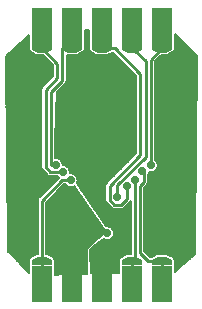
<source format=gbl>
G04 DipTrace 2.4.0.2*
%INSocialLightsmall.gbl*%
%MOMM*%
%ADD13C,0.254*%
%ADD14C,0.152*%
%ADD24R,1.7X1.6*%
%ADD25R,1.7X2.0*%
%ADD26R,1.7X2.032*%
%ADD31C,0.711*%
%ADD32C,0.711*%
%FSLAX53Y53*%
G04*
G71*
G90*
G75*
G01*
%LNBottom*%
%LPD*%
X20196Y17848D2*
D13*
Y18859D1*
X22592Y21254D1*
Y29321D1*
X21696Y30217D1*
X21219D1*
X21430Y30428D1*
Y31590D1*
Y32860D1*
X18890Y12433D2*
X19328D1*
X20960Y14064D1*
Y15763D1*
X20761Y15961D1*
X20223D1*
X18807Y17377D1*
Y17842D1*
X18840Y17875D1*
Y20016D1*
X18591Y20265D1*
X18890Y12433D2*
Y11270D1*
Y10000D1*
X13810Y11270D2*
Y17529D1*
X15554Y19274D1*
X16242D1*
X13810Y12433D2*
Y11270D1*
Y10000D1*
X23029Y20515D2*
Y29484D1*
X23970Y30425D1*
Y31590D1*
Y32860D1*
X21698Y19300D2*
Y12701D1*
X21430Y12433D1*
Y11270D1*
Y10000D1*
X22295Y20024D2*
X22418D1*
Y19102D1*
X22117Y18801D1*
Y13090D1*
X22775Y12433D1*
X23970D1*
Y11270D1*
Y10000D1*
X15586Y19971D2*
Y19956D1*
X14520D1*
X14122Y20354D1*
Y26939D1*
X15103Y27920D1*
Y29135D1*
X13810Y30428D1*
Y31590D1*
Y32860D1*
X16350Y12435D2*
X16481D1*
X18976Y14929D1*
X19169D1*
X19329Y14770D1*
X16350Y12435D2*
Y16789D1*
X15501Y17638D1*
X14396Y28473D2*
X14158D1*
X13580Y27895D1*
Y19946D1*
X12015Y18382D1*
X16350Y12435D2*
Y11270D1*
Y10000D1*
X24829Y28509D2*
Y15592D1*
X23870Y14632D1*
X16350Y30428D2*
Y31590D1*
Y32860D1*
Y30428D2*
X15536D1*
Y27691D1*
X14557Y26713D1*
Y20591D1*
X14973D1*
X21008Y18770D2*
Y17678D1*
X20521Y17191D1*
X19954D1*
X19541Y17604D1*
Y18783D1*
X22144Y21386D1*
Y28257D1*
X19975Y30425D1*
X18890D1*
Y31590D1*
Y32860D1*
D32*
X21698Y19300D3*
X22295Y20024D3*
X14973Y20591D3*
X18840Y17875D3*
X21008Y18770D3*
X20196Y17848D3*
X23029Y20515D3*
X16242Y19274D3*
X15586Y19971D3*
X19329Y14770D3*
X15501Y17638D3*
X14396Y28473D3*
X12015Y18382D3*
X24829Y28509D3*
X23870Y14632D3*
X12543Y31396D2*
D14*
X12710D1*
X12376Y31247D2*
X12710D1*
X12212Y31098D2*
X12710D1*
X12045Y30949D2*
X12710D1*
X11881Y30800D2*
X12710D1*
X11714Y30651D2*
X12710D1*
X11550Y30502D2*
X12710D1*
X11383Y30353D2*
X12710D1*
X11219Y30204D2*
X12748D1*
X11052Y30055D2*
X12967D1*
X10886Y29906D2*
X13258D1*
X10764Y29757D2*
X13956D1*
X10764Y29607D2*
X14103D1*
X10767Y29458D2*
X14253D1*
X10769Y29309D2*
X14401D1*
X10771Y29160D2*
X14551D1*
X10771Y29011D2*
X14701D1*
X10774Y28862D2*
X14710D1*
X10776Y28713D2*
X14720D1*
X10776Y28564D2*
X14727D1*
X10778Y28415D2*
X14727D1*
X10781Y28266D2*
X14727D1*
X10781Y28117D2*
X14727D1*
X10783Y27968D2*
X14625D1*
X10786Y27819D2*
X14475D1*
X10788Y27670D2*
X14327D1*
X10788Y27521D2*
X14177D1*
X10790Y27371D2*
X14027D1*
X10793Y27222D2*
X13879D1*
X10793Y27073D2*
X13772D1*
X10795Y26924D2*
X13746D1*
X10798Y26775D2*
X13746D1*
X10798Y26626D2*
X13746D1*
X10800Y26477D2*
X13746D1*
X10802Y26328D2*
X13746D1*
X10805Y26179D2*
X13746D1*
X10805Y26030D2*
X13746D1*
X10807Y25881D2*
X13746D1*
X10809Y25732D2*
X13746D1*
X10809Y25583D2*
X13746D1*
X10812Y25434D2*
X13746D1*
X10814Y25285D2*
X13746D1*
X10817Y25135D2*
X13746D1*
X10817Y24986D2*
X13746D1*
X10819Y24837D2*
X13746D1*
X10821Y24688D2*
X13746D1*
X10821Y24539D2*
X13746D1*
X10824Y24390D2*
X13746D1*
X10826Y24241D2*
X13746D1*
X10826Y24092D2*
X13746D1*
X10828Y23943D2*
X13746D1*
X10831Y23794D2*
X13746D1*
X10833Y23645D2*
X13746D1*
X10833Y23496D2*
X13746D1*
X10836Y23347D2*
X13746D1*
X10838Y23198D2*
X13746D1*
X10838Y23049D2*
X13746D1*
X10840Y22899D2*
X13746D1*
X10843Y22750D2*
X13746D1*
X10843Y22601D2*
X13746D1*
X10845Y22452D2*
X13746D1*
X10848Y22303D2*
X13746D1*
X10850Y22154D2*
X13746D1*
X10850Y22005D2*
X13746D1*
X10852Y21856D2*
X13746D1*
X10855Y21707D2*
X13746D1*
X10855Y21558D2*
X13746D1*
X10857Y21409D2*
X13746D1*
X10859Y21260D2*
X13746D1*
X10859Y21111D2*
X13746D1*
X10862Y20962D2*
X13746D1*
X10864Y20813D2*
X13746D1*
X10867Y20663D2*
X13746D1*
X10867Y20514D2*
X13746D1*
X10869Y20365D2*
X13746D1*
X10871Y20216D2*
X13772D1*
X10871Y20067D2*
X13882D1*
X10874Y19918D2*
X14032D1*
X10876Y19769D2*
X14182D1*
X10878Y19620D2*
X14372D1*
X10878Y19471D2*
X15225D1*
X10881Y19322D2*
X15077D1*
X10883Y19173D2*
X14927D1*
X10883Y19024D2*
X14779D1*
X10886Y18875D2*
X14629D1*
X15681D2*
X15791D1*
X10888Y18726D2*
X14479D1*
X15534D2*
X16008D1*
X16474D2*
X16594D1*
X10888Y18577D2*
X14332D1*
X15384D2*
X16694D1*
X10890Y18427D2*
X14182D1*
X15234D2*
X16794D1*
X10893Y18278D2*
X14034D1*
X15086D2*
X16894D1*
X10895Y18129D2*
X13884D1*
X14936D2*
X16994D1*
X10895Y17980D2*
X13734D1*
X14789D2*
X17096D1*
X10898Y17831D2*
X13586D1*
X14638D2*
X17196D1*
X10900Y17682D2*
X13467D1*
X14488D2*
X17296D1*
X10900Y17533D2*
X13434D1*
X14341D2*
X17396D1*
X10902Y17384D2*
X13434D1*
X14191D2*
X17496D1*
X10905Y17235D2*
X13434D1*
X14186D2*
X17596D1*
X10905Y17086D2*
X13434D1*
X14186D2*
X17699D1*
X10907Y16937D2*
X13434D1*
X14186D2*
X17799D1*
X10909Y16788D2*
X13434D1*
X14186D2*
X17899D1*
X10912Y16639D2*
X13434D1*
X14186D2*
X17999D1*
X10912Y16490D2*
X13434D1*
X14186D2*
X18099D1*
X10914Y16341D2*
X13434D1*
X14186D2*
X18199D1*
X10917Y16191D2*
X13434D1*
X14186D2*
X18301D1*
X10917Y16042D2*
X13434D1*
X14186D2*
X18401D1*
X10919Y15893D2*
X13434D1*
X14186D2*
X18501D1*
X10921Y15744D2*
X13434D1*
X14186D2*
X18601D1*
X10924Y15595D2*
X13434D1*
X14186D2*
X18701D1*
X10924Y15446D2*
X13434D1*
X14186D2*
X18801D1*
X10926Y15297D2*
X13434D1*
X14186D2*
X18904D1*
X10928Y15148D2*
X13434D1*
X14186D2*
X19004D1*
X10928Y14999D2*
X13434D1*
X14186D2*
X19104D1*
X10931Y14850D2*
X13434D1*
X14186D2*
X19204D1*
X10933Y14701D2*
X13434D1*
X14186D2*
X19013D1*
X10933Y14552D2*
X13434D1*
X14186D2*
X18813D1*
X10936Y14403D2*
X13434D1*
X14186D2*
X18616D1*
X10938Y14254D2*
X13434D1*
X14186D2*
X18416D1*
X10940Y14105D2*
X13434D1*
X14186D2*
X18216D1*
X10940Y13955D2*
X13434D1*
X14186D2*
X18016D1*
X10943Y13806D2*
X13434D1*
X14186D2*
X17816D1*
X10945Y13657D2*
X13434D1*
X14186D2*
X17632D1*
X10945Y13508D2*
X13434D1*
X14186D2*
X17585D1*
X10948Y13359D2*
X13434D1*
X14186D2*
X17587D1*
X10979Y13210D2*
X13434D1*
X14186D2*
X17592D1*
X11129Y13061D2*
X13434D1*
X14186D2*
X17594D1*
X11276Y12912D2*
X13174D1*
X14446D2*
X17596D1*
X11426Y12763D2*
X12886D1*
X14734D2*
X17601D1*
X11576Y12614D2*
X12727D1*
X14893D2*
X17604D1*
X11724Y12465D2*
X12710D1*
X14910D2*
X17608D1*
X11874Y12316D2*
X12710D1*
X14910D2*
X17611D1*
X12021Y12167D2*
X12710D1*
X14910D2*
X17616D1*
X12172Y12018D2*
X12710D1*
X14910D2*
X17618D1*
X12322Y11869D2*
X12710D1*
X14910D2*
X17623D1*
X12469Y11719D2*
X12710D1*
X14910D2*
X17625D1*
X12619Y11570D2*
X12712D1*
X14910D2*
X17627D1*
X14910Y11421D2*
X17632D1*
X12725Y30860D2*
Y31572D1*
X11513Y30483D1*
X10748Y29794D1*
X10934Y13240D1*
X12726Y11449D1*
X12728Y12305D1*
X12725Y12370D1*
Y12530D1*
X12738Y12605D1*
X12773Y12672D1*
X12830Y12725D1*
X12920Y12774D1*
X13380Y13009D1*
X13439Y13030D1*
X13448Y13099D1*
Y17529D1*
X13456Y17605D1*
X13480Y17677D1*
X13510Y17731D1*
X13608Y17839D1*
X15253Y19484D1*
X15182Y19540D1*
X15129Y19594D1*
X14520D1*
X14444Y19602D1*
X14372Y19626D1*
X14318Y19656D1*
X14210Y19754D1*
X13866Y20098D1*
X13818Y20158D1*
X13784Y20225D1*
X13767Y20285D1*
X13760Y20430D1*
Y26939D1*
X13768Y27015D1*
X13792Y27087D1*
X13822Y27141D1*
X13920Y27249D1*
X14741Y28072D1*
X14740Y28629D1*
X14717Y29007D1*
X13899Y29827D1*
X13485Y29825D1*
X13408Y29839D1*
X13310Y29886D1*
X12853Y30121D1*
X12792Y30166D1*
X12748Y30229D1*
X12727Y30304D1*
X12725Y30406D1*
Y30860D1*
X14895Y12000D2*
Y11269D1*
X15501Y11284D1*
X17651Y11328D1*
X17635Y11928D1*
X17599Y13511D1*
X17609Y13586D1*
X17643Y13654D1*
X17693Y13704D1*
X19222Y14845D1*
X16570Y18781D1*
X16476Y18732D1*
X16405Y18706D1*
X16330Y18690D1*
X16255Y18683D1*
X16178Y18687D1*
X16103Y18700D1*
X16031Y18722D1*
X15961Y18754D1*
X15897Y18794D1*
X15838Y18843D1*
X15776Y18912D1*
X15702Y18910D1*
X14172Y17377D1*
Y13031D1*
X14242Y13009D1*
X14767Y12739D1*
X14828Y12694D1*
X14872Y12631D1*
X14893Y12556D1*
X14895Y12454D1*
Y12000D1*
X17450Y31877D2*
X17791D1*
X17450Y31728D2*
X17791D1*
X17450Y31579D2*
X17791D1*
X17450Y31430D2*
X17791D1*
X17450Y31281D2*
X17791D1*
X17450Y31132D2*
X17791D1*
X17450Y30983D2*
X17791D1*
X17450Y30834D2*
X17791D1*
X17450Y30685D2*
X17791D1*
X17450Y30536D2*
X17791D1*
X17450Y30387D2*
X17791D1*
X17431Y30238D2*
X17810D1*
X17257Y30088D2*
X17982D1*
X16969Y29939D2*
X18272D1*
X19508D2*
X19934D1*
X15912Y29790D2*
X20084D1*
X15912Y29641D2*
X20232D1*
X15912Y29492D2*
X20382D1*
X15912Y29343D2*
X20532D1*
X15912Y29194D2*
X20680D1*
X15912Y29045D2*
X20830D1*
X15912Y28896D2*
X20977D1*
X15912Y28747D2*
X21127D1*
X15912Y28598D2*
X21277D1*
X15912Y28449D2*
X21425D1*
X15912Y28300D2*
X21575D1*
X15912Y28151D2*
X21723D1*
X15912Y28002D2*
X21768D1*
X15912Y27852D2*
X21768D1*
X15912Y27703D2*
X21768D1*
X15886Y27554D2*
X21768D1*
X15776Y27405D2*
X21768D1*
X15626Y27256D2*
X21768D1*
X15479Y27107D2*
X21768D1*
X15328Y26958D2*
X21768D1*
X15178Y26809D2*
X21768D1*
X15069Y26660D2*
X21768D1*
X15064Y26511D2*
X21768D1*
X15059Y26362D2*
X21768D1*
X15055Y26213D2*
X21768D1*
X15050Y26064D2*
X21768D1*
X15045Y25915D2*
X21768D1*
X15038Y25766D2*
X21768D1*
X15033Y25616D2*
X21768D1*
X15028Y25467D2*
X21768D1*
X15024Y25318D2*
X21768D1*
X15019Y25169D2*
X21768D1*
X15014Y25020D2*
X21768D1*
X15009Y24871D2*
X21768D1*
X15002Y24722D2*
X21768D1*
X14997Y24573D2*
X21768D1*
X14993Y24424D2*
X21768D1*
X14988Y24275D2*
X21768D1*
X14983Y24126D2*
X21768D1*
X14978Y23977D2*
X21768D1*
X14974Y23828D2*
X21768D1*
X14967Y23679D2*
X21768D1*
X14962Y23530D2*
X21768D1*
X14957Y23380D2*
X21768D1*
X14952Y23231D2*
X21768D1*
X14947Y23082D2*
X21768D1*
X14943Y22933D2*
X21768D1*
X14938Y22784D2*
X21768D1*
X14933Y22635D2*
X21768D1*
X14933Y22486D2*
X21768D1*
X14933Y22337D2*
X21768D1*
X14933Y22188D2*
X21768D1*
X14933Y22039D2*
X21768D1*
X14933Y21890D2*
X21768D1*
X14933Y21741D2*
X21768D1*
X14933Y21592D2*
X21768D1*
X14933Y21443D2*
X21675D1*
X14933Y21294D2*
X21525D1*
X15193Y21144D2*
X21377D1*
X15417Y20995D2*
X21227D1*
X15519Y20846D2*
X21077D1*
X15569Y20697D2*
X20930D1*
X15724Y20548D2*
X20780D1*
X16007Y20399D2*
X20632D1*
X16121Y20250D2*
X20482D1*
X16176Y20101D2*
X20332D1*
X16191Y19952D2*
X20184D1*
X16517Y19803D2*
X20034D1*
X16707Y19654D2*
X19887D1*
X16800Y19505D2*
X19737D1*
X16841Y19356D2*
X19587D1*
X16843Y19207D2*
X19439D1*
X16805Y19058D2*
X19289D1*
X16874Y18908D2*
X19187D1*
X16974Y18759D2*
X19165D1*
X17076Y18610D2*
X19165D1*
X17176Y18461D2*
X19165D1*
X17276Y18312D2*
X19165D1*
X17376Y18163D2*
X19165D1*
X17476Y18014D2*
X19165D1*
X17576Y17865D2*
X19165D1*
X17679Y17716D2*
X19165D1*
X17779Y17567D2*
X19168D1*
X17879Y17418D2*
X19215D1*
X17979Y17269D2*
X19351D1*
X21124D2*
X21323D1*
X18079Y17120D2*
X19499D1*
X20974D2*
X21323D1*
X18179Y16971D2*
X19649D1*
X20827D2*
X21323D1*
X18281Y16822D2*
X21323D1*
X18381Y16672D2*
X21323D1*
X18481Y16523D2*
X21323D1*
X18581Y16374D2*
X21323D1*
X18681Y16225D2*
X21323D1*
X18781Y16076D2*
X21323D1*
X18884Y15927D2*
X21323D1*
X18984Y15778D2*
X21323D1*
X19084Y15629D2*
X21323D1*
X19184Y15480D2*
X21323D1*
X19527Y15331D2*
X21323D1*
X19767Y15182D2*
X21323D1*
X19872Y15033D2*
X21323D1*
X19922Y14884D2*
X21323D1*
X19934Y14735D2*
X21323D1*
X19905Y14586D2*
X21323D1*
X19831Y14436D2*
X21323D1*
X19684Y14287D2*
X21323D1*
X18810Y14138D2*
X21323D1*
X18610Y13989D2*
X21323D1*
X18412Y13840D2*
X21323D1*
X18265Y13691D2*
X21323D1*
X18115Y13542D2*
X21323D1*
X17965Y13393D2*
X21323D1*
X17931Y13244D2*
X21323D1*
X17934Y13095D2*
X21323D1*
X17938Y12946D2*
X20861D1*
X17941Y12797D2*
X20570D1*
X17945Y12648D2*
X20363D1*
X17948Y12499D2*
X20330D1*
X17950Y12350D2*
X20330D1*
X17955Y12200D2*
X20330D1*
X17957Y12051D2*
X20330D1*
X17962Y11902D2*
X20330D1*
X17965Y11753D2*
X20330D1*
X17969Y11604D2*
X20330D1*
X17972Y11455D2*
X20330D1*
X17805Y30860D2*
Y31997D1*
X17436Y31996D1*
X17435Y31609D1*
Y30555D1*
Y30330D1*
X17422Y30255D1*
X17387Y30188D1*
X17330Y30135D1*
X17240Y30086D1*
X16782Y29851D1*
X16708Y29828D1*
X16599Y29825D1*
X16025D1*
X15948Y29839D1*
X15899Y29861D1*
X15897Y28675D1*
Y27691D1*
X15889Y27616D1*
X15866Y27543D1*
X15835Y27489D1*
X15737Y27382D1*
X15055Y26700D1*
X14919Y22674D1*
Y21181D1*
X15010Y21180D1*
X15086Y21171D1*
X15159Y21151D1*
X15230Y21123D1*
X15296Y21085D1*
X15357Y21039D1*
X15411Y20986D1*
X15459Y20926D1*
X15498Y20861D1*
X15528Y20791D1*
X15549Y20718D1*
X15563Y20591D1*
X15561Y20560D1*
X15623D1*
X15699Y20550D1*
X15773Y20531D1*
X15843Y20502D1*
X15909Y20465D1*
X15970Y20419D1*
X16025Y20366D1*
X16072Y20306D1*
X16111Y20241D1*
X16141Y20171D1*
X16162Y20098D1*
X16176Y19971D1*
X16164Y19860D1*
X16279Y19863D1*
X16355Y19853D1*
X16429Y19833D1*
X16499Y19805D1*
X16565Y19767D1*
X16626Y19721D1*
X16681Y19668D1*
X16728Y19608D1*
X16767Y19543D1*
X16797Y19473D1*
X16818Y19400D1*
X16832Y19274D1*
X16827Y19198D1*
X16812Y19123D1*
X16779Y19031D1*
X17039Y18642D1*
X19254Y15354D1*
X19366Y15359D1*
X19442Y15349D1*
X19516Y15330D1*
X19586Y15301D1*
X19652Y15263D1*
X19713Y15218D1*
X19768Y15164D1*
X19815Y15105D1*
X19854Y15039D1*
X19884Y14969D1*
X19905Y14896D1*
X19919Y14770D1*
X19914Y14694D1*
X19900Y14619D1*
X19875Y14547D1*
X19842Y14478D1*
X19800Y14415D1*
X19751Y14357D1*
X19694Y14306D1*
X19631Y14263D1*
X19564Y14228D1*
X19492Y14202D1*
X19418Y14186D1*
X19342Y14180D1*
X19266Y14183D1*
X19191Y14196D1*
X19118Y14218D1*
X19049Y14250D1*
X18990Y14287D1*
X18793Y14137D1*
X18402Y13845D1*
X17913Y13355D1*
X17960Y11401D1*
X20343D1*
X20345Y12064D1*
X20348Y12305D1*
X20345Y12370D1*
Y12530D1*
X20358Y12605D1*
X20393Y12672D1*
X20450Y12725D1*
X20540Y12774D1*
X20998Y13009D1*
X21072Y13032D1*
X21181Y13035D1*
X21336D1*
X21337Y17528D1*
X21308Y17476D1*
X21210Y17369D1*
X20777Y16935D1*
X20717Y16888D1*
X20650Y16853D1*
X20590Y16836D1*
X20445Y16830D1*
X19954D1*
X19878Y16838D1*
X19806Y16861D1*
X19752Y16891D1*
X19644Y16989D1*
X19285Y17348D1*
X19237Y17407D1*
X19203Y17475D1*
X19186Y17535D1*
X19179Y17680D1*
Y18783D1*
X19187Y18859D1*
X19211Y18931D1*
X19241Y18985D1*
X19339Y19093D1*
X21782Y21538D1*
X21780Y28109D1*
X19823Y30063D1*
X19735D1*
X19322Y29851D1*
X19248Y29828D1*
X19139Y29825D1*
X18565D1*
X18488Y29839D1*
X18390Y29886D1*
X17933Y30121D1*
X17872Y30166D1*
X17828Y30229D1*
X17807Y30304D1*
X17805Y30406D1*
Y30860D1*
X25070Y31404D2*
X25289D1*
X25070Y31255D2*
X25435D1*
X25070Y31106D2*
X25582D1*
X25070Y30957D2*
X25727D1*
X25070Y30808D2*
X25873D1*
X25070Y30659D2*
X26020D1*
X25070Y30510D2*
X26166D1*
X25070Y30361D2*
X26311D1*
X25036Y30211D2*
X26458D1*
X24827Y30062D2*
X26604D1*
X24536Y29913D2*
X26749D1*
X23836Y29764D2*
X26897D1*
X23686Y29615D2*
X26904D1*
X23539Y29466D2*
X26901D1*
X23405Y29317D2*
X26901D1*
X23405Y29168D2*
X26899D1*
X23405Y29019D2*
X26899D1*
X23405Y28870D2*
X26897D1*
X23405Y28721D2*
X26897D1*
X23405Y28572D2*
X26894D1*
X23405Y28423D2*
X26894D1*
X23405Y28274D2*
X26892D1*
X23405Y28125D2*
X26892D1*
X23405Y27975D2*
X26889D1*
X23405Y27826D2*
X26889D1*
X23405Y27677D2*
X26887D1*
X23405Y27528D2*
X26887D1*
X23405Y27379D2*
X26885D1*
X23405Y27230D2*
X26885D1*
X23405Y27081D2*
X26882D1*
X23405Y26932D2*
X26882D1*
X23405Y26783D2*
X26880D1*
X23405Y26634D2*
X26880D1*
X23405Y26485D2*
X26878D1*
X23405Y26336D2*
X26878D1*
X23405Y26187D2*
X26875D1*
X23405Y26038D2*
X26875D1*
X23405Y25889D2*
X26873D1*
X23405Y25739D2*
X26873D1*
X23405Y25590D2*
X26870D1*
X23405Y25441D2*
X26870D1*
X23405Y25292D2*
X26868D1*
X23405Y25143D2*
X26866D1*
X23405Y24994D2*
X26866D1*
X23405Y24845D2*
X26863D1*
X23405Y24696D2*
X26863D1*
X23405Y24547D2*
X26861D1*
X23405Y24398D2*
X26861D1*
X23405Y24249D2*
X26859D1*
X23405Y24100D2*
X26859D1*
X23405Y23951D2*
X26856D1*
X23405Y23802D2*
X26856D1*
X23405Y23653D2*
X26854D1*
X23405Y23503D2*
X26854D1*
X23405Y23354D2*
X26851D1*
X23405Y23205D2*
X26851D1*
X23405Y23056D2*
X26849D1*
X23405Y22907D2*
X26849D1*
X23405Y22758D2*
X26847D1*
X23405Y22609D2*
X26847D1*
X23405Y22460D2*
X26844D1*
X23405Y22311D2*
X26844D1*
X23405Y22162D2*
X26842D1*
X23405Y22013D2*
X26842D1*
X23405Y21864D2*
X26839D1*
X23405Y21715D2*
X26839D1*
X23405Y21566D2*
X26837D1*
X23405Y21417D2*
X26837D1*
X23405Y21267D2*
X26835D1*
X23405Y21118D2*
X26835D1*
X23420Y20969D2*
X26832D1*
X23548Y20820D2*
X26832D1*
X23612Y20671D2*
X26830D1*
X23634Y20522D2*
X26830D1*
X23617Y20373D2*
X26828D1*
X23558Y20224D2*
X26828D1*
X23439Y20075D2*
X26825D1*
X22893Y19926D2*
X22975D1*
X23083D2*
X26825D1*
X22846Y19777D2*
X26823D1*
X22796Y19628D2*
X26823D1*
X22796Y19479D2*
X26820D1*
X22796Y19330D2*
X26820D1*
X22796Y19181D2*
X26818D1*
X22788Y19031D2*
X26818D1*
X22719Y18882D2*
X26816D1*
X22577Y18733D2*
X26813D1*
X22493Y18584D2*
X26813D1*
X22493Y18435D2*
X26811D1*
X22493Y18286D2*
X26811D1*
X22493Y18137D2*
X26809D1*
X22493Y17988D2*
X26809D1*
X22493Y17839D2*
X26806D1*
X22493Y17690D2*
X26806D1*
X22493Y17541D2*
X26804D1*
X22493Y17392D2*
X26804D1*
X22493Y17243D2*
X26801D1*
X22493Y17094D2*
X26801D1*
X22493Y16945D2*
X26799D1*
X22493Y16795D2*
X26799D1*
X22493Y16646D2*
X26797D1*
X22493Y16497D2*
X26797D1*
X22493Y16348D2*
X26794D1*
X22493Y16199D2*
X26794D1*
X22493Y16050D2*
X26792D1*
X22493Y15901D2*
X26792D1*
X22493Y15752D2*
X26789D1*
X22493Y15603D2*
X26789D1*
X22493Y15454D2*
X26787D1*
X22493Y15305D2*
X26787D1*
X22493Y15156D2*
X26785D1*
X22493Y15007D2*
X26785D1*
X22493Y14858D2*
X26782D1*
X22493Y14709D2*
X26782D1*
X22493Y14559D2*
X26780D1*
X22493Y14410D2*
X26780D1*
X22493Y14261D2*
X26778D1*
X22493Y14112D2*
X26778D1*
X22493Y13963D2*
X26775D1*
X22493Y13814D2*
X26775D1*
X22493Y13665D2*
X26773D1*
X22493Y13516D2*
X26773D1*
X22493Y13367D2*
X26770D1*
X22517Y13218D2*
X26770D1*
X22665Y13069D2*
X26768D1*
X22815Y12920D2*
X23351D1*
X24591D2*
X26658D1*
X24879Y12771D2*
X26485D1*
X25051Y12622D2*
X26313D1*
X25070Y12473D2*
X26139D1*
X25070Y12323D2*
X25966D1*
X25070Y12174D2*
X25794D1*
X25070Y12025D2*
X25620D1*
X25070Y11876D2*
X25449D1*
X25070Y11727D2*
X25275D1*
X25055Y12000D2*
Y11521D1*
X25429Y11847D1*
X26784Y13016D1*
X26793Y14275D1*
X26920Y29756D1*
X25053Y31660D1*
X25055Y30555D1*
Y30330D1*
X25042Y30255D1*
X25007Y30188D1*
X24950Y30135D1*
X24860Y30086D1*
X24402Y29851D1*
X24328Y29828D1*
X24219Y29825D1*
X23883D1*
X23391Y29332D1*
Y20981D1*
X23468Y20909D1*
X23515Y20850D1*
X23554Y20784D1*
X23585Y20714D1*
X23606Y20641D1*
X23619Y20515D1*
X23615Y20439D1*
X23600Y20364D1*
X23576Y20292D1*
X23543Y20223D1*
X23501Y20159D1*
X23451Y20102D1*
X23394Y20051D1*
X23332Y20008D1*
X23264Y19973D1*
X23192Y19947D1*
X23118Y19931D1*
X23042Y19924D1*
X22966Y19928D1*
X22880Y19944D1*
X22866Y19874D1*
X22842Y19801D1*
X22809Y19733D1*
X22779Y19687D1*
X22780Y19102D1*
X22772Y19026D1*
X22748Y18954D1*
X22718Y18900D1*
X22620Y18792D1*
X22479Y18649D1*
X22481Y13238D1*
X22927Y12794D1*
X23120D1*
X23538Y13009D1*
X23612Y13032D1*
X23721Y13035D1*
X24295D1*
X24372Y13021D1*
X24470Y12974D1*
X24927Y12739D1*
X24988Y12694D1*
X25032Y12631D1*
X25053Y12556D1*
X25055Y12454D1*
Y12000D1*
D24*
X13810Y31590D3*
G36*
X12960Y30330D2*
Y30795D1*
X14660D1*
Y30330D1*
X14135Y30060D1*
X13485D1*
X12960Y30330D1*
G37*
D25*
X13810Y32860D3*
D24*
X18890Y31590D3*
X16350D3*
D26*
X18890Y32860D3*
X16350D3*
G36*
X15500Y30330D2*
Y30795D1*
X17200D1*
Y30330D1*
X16675Y30060D1*
X16025D1*
X15500Y30330D1*
G37*
G36*
X18040D2*
Y30790D1*
X19740D1*
Y30330D1*
X19215Y30060D1*
X18565D1*
X18040Y30330D1*
G37*
D24*
X23970Y11270D3*
X21430D3*
G36*
X22280Y12530D2*
Y12065D1*
X20580D1*
Y12530D1*
X21105Y12800D1*
X21755D1*
X22280Y12530D1*
G37*
G36*
X24820D2*
Y12065D1*
X23120D1*
Y12530D1*
X23645Y12800D1*
X24295D1*
X24820Y12530D1*
G37*
D26*
X23970Y10000D3*
X21430D3*
D24*
X23970Y31590D3*
X21430D3*
D26*
X23970Y32860D3*
X21430D3*
G36*
X20580Y30330D2*
Y30795D1*
X22280D1*
Y30330D1*
X21755Y30060D1*
X21105D1*
X20580Y30330D1*
G37*
G36*
X23120D2*
Y30790D1*
X24820D1*
Y30330D1*
X24295Y30060D1*
X23645D1*
X23120Y30330D1*
G37*
D24*
X16350Y11270D3*
X18890D3*
D26*
X16350Y10000D3*
X18890D3*
G36*
X19740Y12530D2*
Y12065D1*
X18040D1*
Y12530D1*
X18565Y12800D1*
X19215D1*
X19740Y12530D1*
G37*
G36*
X17200D2*
Y12070D1*
X15500D1*
Y12530D1*
X16025Y12800D1*
X16675D1*
X17200Y12530D1*
G37*
D24*
X13810Y11270D3*
G36*
X14660Y12530D2*
Y12065D1*
X12960D1*
Y12530D1*
X13485Y12800D1*
X14135D1*
X14660Y12530D1*
G37*
D25*
X13810Y10000D3*
D31*
X19356Y21032D3*
X18594D3*
X17832D3*
X20118D3*
X19353Y21792D3*
X18591D3*
X17829D3*
X20115D3*
X19353Y20265D3*
X18591D3*
X17829D3*
X20115D3*
X19353Y22555D3*
X18591D3*
X17829D3*
X20115D3*
M02*

</source>
